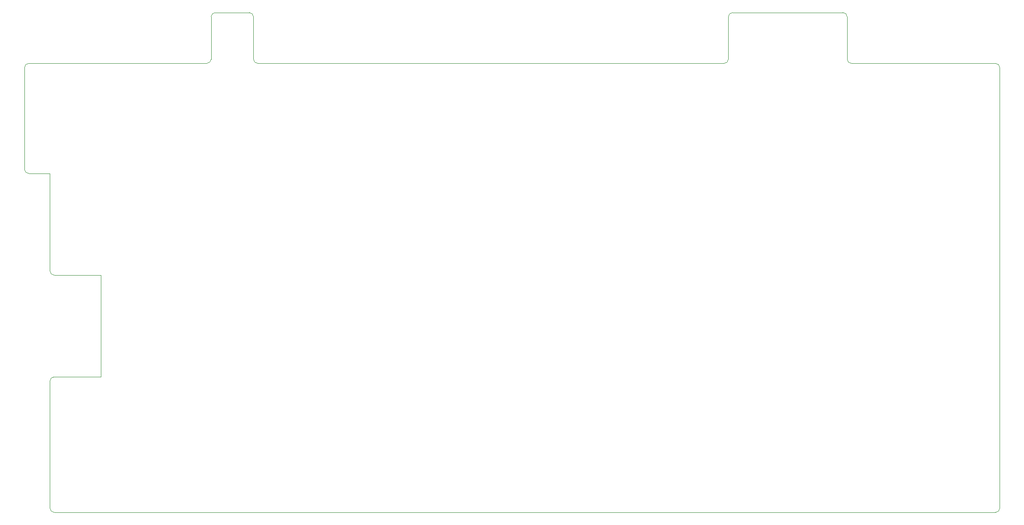
<source format=gbr>
G04 #@! TF.GenerationSoftware,KiCad,Pcbnew,(5.1.4)-1*
G04 #@! TF.CreationDate,2020-11-20T09:45:29-08:00*
G04 #@! TF.ProjectId,_autosave-_autosave-_autosave-_autosave-uwu-55,5f617574-6f73-4617-9665-2d5f6175746f,rev?*
G04 #@! TF.SameCoordinates,Original*
G04 #@! TF.FileFunction,Profile,NP*
%FSLAX46Y46*%
G04 Gerber Fmt 4.6, Leading zero omitted, Abs format (unit mm)*
G04 Created by KiCad (PCBNEW (5.1.4)-1) date 2020-11-20 09:45:29*
%MOMM*%
%LPD*%
G04 APERTURE LIST*
%ADD10C,0.050000*%
G04 APERTURE END LIST*
D10*
X123031250Y-55562500D02*
X156368750Y-55562500D01*
X157162500Y-46831250D02*
X157162500Y-54768750D01*
X164306250Y-46037500D02*
X157956250Y-46037500D01*
X165893750Y-55562500D02*
G75*
G02X165100000Y-54768750I0J793750D01*
G01*
X277018750Y-55562500D02*
G75*
G02X276225000Y-54768750I0J793750D01*
G01*
X254000000Y-54768750D02*
G75*
G02X253206250Y-55562500I-793750J0D01*
G01*
X157162500Y-54768750D02*
G75*
G02X156368750Y-55562500I-793750J0D01*
G01*
X157162500Y-46831250D02*
G75*
G02X157956250Y-46037500I793750J0D01*
G01*
X122237500Y-56356250D02*
G75*
G02X123031250Y-55562500I793750J0D01*
G01*
X254000000Y-46831250D02*
G75*
G02X254793750Y-46037500I793750J0D01*
G01*
X300831250Y-55562500D02*
X277018750Y-55562500D01*
X127000000Y-94456250D02*
X127000000Y-76200000D01*
X136525000Y-95250000D02*
X127793750Y-95250000D01*
X127000000Y-115093750D02*
G75*
G02X127793750Y-114300000I793750J0D01*
G01*
X253206250Y-55562500D02*
X165893750Y-55562500D01*
X165100000Y-54768750D02*
X165100000Y-46831250D01*
X276225000Y-54768750D02*
X276225000Y-46831250D01*
X136525000Y-114300000D02*
X136525000Y-95250000D01*
X164306250Y-46037500D02*
G75*
G02X165100000Y-46831250I0J-793750D01*
G01*
X254000000Y-46831250D02*
X254000000Y-54768750D01*
X248443750Y-139700000D02*
X304006250Y-139700000D01*
X127000000Y-76200000D02*
X123031250Y-76200000D01*
X275431250Y-46037500D02*
G75*
G02X276225000Y-46831250I0J-793750D01*
G01*
X304006250Y-55562500D02*
G75*
G02X304800000Y-56356250I0J-793750D01*
G01*
X127793750Y-95250000D02*
G75*
G02X127000000Y-94456250I0J793750D01*
G01*
X123031250Y-76200000D02*
G75*
G02X122237500Y-75406250I0J793750D01*
G01*
X304800000Y-138906250D02*
G75*
G02X304006250Y-139700000I-793750J0D01*
G01*
X122237500Y-75406250D02*
X122237500Y-56356250D01*
X304800000Y-138906250D02*
X304800000Y-56356250D01*
X275431250Y-46037500D02*
X254793750Y-46037500D01*
X304006250Y-55562500D02*
X300831250Y-55562500D01*
X248443750Y-139700000D02*
X127793750Y-139700000D01*
X127793750Y-139700000D02*
G75*
G02X127000000Y-138906250I0J793750D01*
G01*
X127793750Y-114300000D02*
X136525000Y-114300000D01*
X127000000Y-138906250D02*
X127000000Y-115093750D01*
M02*

</source>
